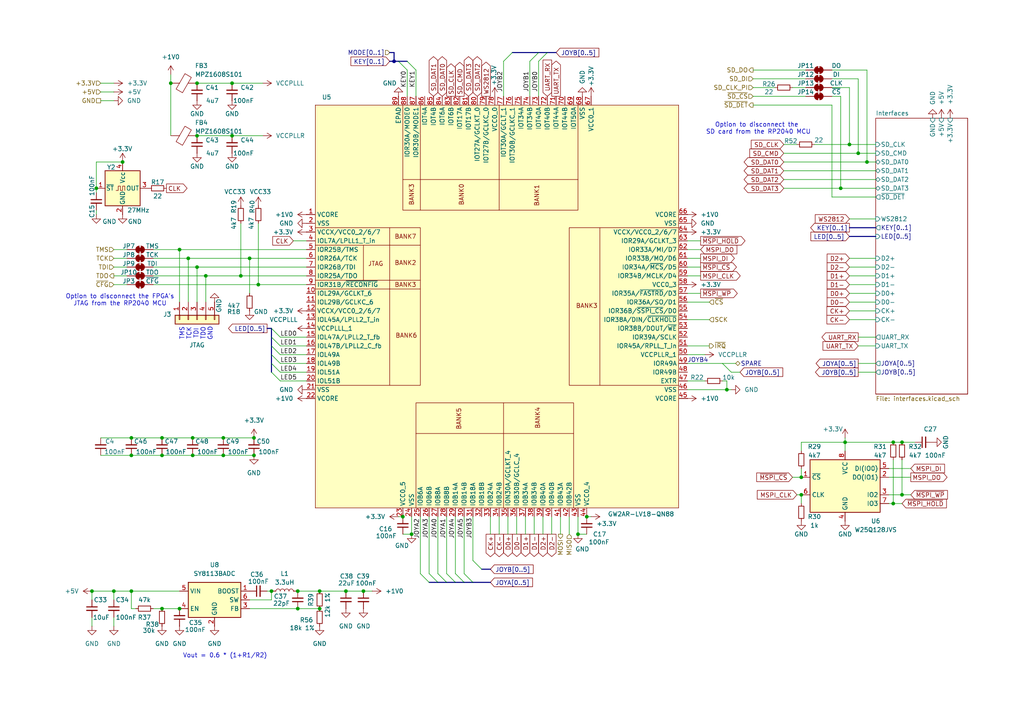
<source format=kicad_sch>
(kicad_sch (version 20250114) (generator "eeschema") (generator_version "9.0")
  (paper "A4")
  (text "Option to disconnect the \nSD card from the RP2040 MCU" (at 219.964 37.338 0) (effects (font (size 1.27 1.27))))
  (text "Vout = 0.6 * (1+R1/R2)" (at 65.278 190.246 0) (effects (font (size 1.27 1.27))))
  (text "TMS\nTCK\nTDI\nTDO\nGND" (at 56.896 96.774 90) (effects (font (size 1.27 1.27))))
  (text "Option to disconnect the FPGA's\nJTAG from the RP2040 MCU" (at 34.798 87.122 0) (effects (font (size 1.27 1.27))))
  (junction (at 167.64 154.94))
  (junction (at 86.36 176.53))
  (junction (at 232.41 143.51))
  (junction (at 33.02 171.45))
  (junction (at 92.71 171.45))
  (junction (at 38.1 127))
  (junction (at 105.41 171.45))
  (junction (at 64.77 132.08))
  (junction (at 38.1 171.45))
  (junction (at 46.99 127))
  (junction (at 72.39 74.93))
  (junction (at 46.99 176.53))
  (junction (at 92.71 176.53))
  (junction (at 251.46 46.99))
  (junction (at 46.99 132.08))
  (junction (at 26.67 171.45))
  (junction (at 38.1 132.08))
  (junction (at 261.62 143.51))
  (junction (at 57.15 24.13))
  (junction (at 119.38 154.94))
  (junction (at 86.36 171.45))
  (junction (at 170.18 149.86))
  (junction (at 27.94 54.61))
  (junction (at 100.33 171.45))
  (junction (at 57.15 77.47))
  (junction (at 67.31 24.13))
  (junction (at 248.92 44.45))
  (junction (at 52.07 72.39))
  (junction (at 59.69 80.01))
  (junction (at 259.08 146.05))
  (junction (at 78.74 171.45))
  (junction (at 73.66 127))
  (junction (at 55.88 132.08))
  (junction (at 261.62 128.27))
  (junction (at 243.84 54.61))
  (junction (at 259.08 128.27))
  (junction (at 245.11 128.27))
  (junction (at 64.77 127))
  (junction (at 116.84 149.86))
  (junction (at 57.15 39.37))
  (junction (at 73.66 132.08))
  (junction (at 67.31 39.37))
  (junction (at 69.85 80.01))
  (junction (at 49.53 24.13))
  (junction (at 232.41 138.43))
  (junction (at 55.88 127))
  (junction (at 246.38 41.91))
  (junction (at 74.93 82.55))
  (junction (at 210.82 113.03))
  (junction (at 114.3 17.78))
  (junction (at 35.56 46.99))
  (junction (at 52.07 176.53))
  (junction (at 54.61 74.93))
  (bus_entry (at 78.74 95.25) (size 2.54 2.54))
  (bus_entry (at 146.05 17.78) (size 2.54 -2.54))
  (bus_entry (at 209.55 105.41) (size 2.54 2.54))
  (bus_entry (at 78.74 107.95) (size 2.54 2.54))
  (bus_entry (at 124.46 166.37) (size 2.54 2.54))
  (bus_entry (at 78.74 100.33) (size 2.54 2.54))
  (bus_entry (at 129.54 166.37) (size 2.54 2.54))
  (bus_entry (at 118.11 17.78) (size 2.54 2.54))
  (bus_entry (at 78.74 102.87) (size 2.54 2.54))
  (bus_entry (at 153.67 17.78) (size 2.54 -2.54))
  (bus_entry (at 121.92 166.37) (size 2.54 2.54))
  (bus_entry (at 115.57 17.78) (size 2.54 2.54))
  (bus_entry (at 132.08 166.37) (size 2.54 2.54))
  (bus_entry (at 127 166.37) (size 2.54 2.54))
  (bus_entry (at 137.16 162.56) (size 2.54 2.54))
  (bus_entry (at 156.21 17.78) (size 2.54 -2.54))
  (bus_entry (at 78.74 105.41) (size 2.54 2.54))
  (bus_entry (at 78.74 97.79) (size 2.54 2.54))
  (bus_entry (at 134.62 166.37) (size 2.54 2.54))
  (bus (pts (xy 113.03 17.78) (xy 114.3 17.78)))
  (wire (pts (xy 57.15 77.47) (xy 57.15 87.63)))
  (bus (pts (xy 78.74 97.79) (xy 78.74 95.25)))
  (wire (pts (xy 212.09 107.95) (xy 214.63 107.95)))
  (wire (pts (xy 218.44 27.94) (xy 233.68 27.94)))
  (wire (pts (xy 81.28 107.95) (xy 88.9 107.95)))
  (wire (pts (xy 236.22 41.91) (xy 246.38 41.91)))
  (wire (pts (xy 69.85 80.01) (xy 69.85 64.77)))
  (wire (pts (xy 245.11 128.27) (xy 259.08 128.27)))
  (bus (pts (xy 246.38 68.58) (xy 254 68.58)))
  (wire (pts (xy 243.84 27.94) (xy 243.84 54.61)))
  (wire (pts (xy 81.28 105.41) (xy 88.9 105.41)))
  (wire (pts (xy 199.39 113.03) (xy 210.82 113.03)))
  (wire (pts (xy 261.62 143.51) (xy 264.16 143.51)))
  (wire (pts (xy 72.39 74.93) (xy 88.9 74.93)))
  (wire (pts (xy 232.41 128.27) (xy 232.41 130.81)))
  (wire (pts (xy 27.94 54.61) (xy 27.94 46.99)))
  (wire (pts (xy 149.86 154.94) (xy 149.86 149.86)))
  (wire (pts (xy 257.81 143.51) (xy 261.62 143.51)))
  (wire (pts (xy 137.16 149.86) (xy 137.16 162.56)))
  (wire (pts (xy 118.11 20.32) (xy 118.11 27.94)))
  (wire (pts (xy 86.36 171.45) (xy 92.71 171.45)))
  (wire (pts (xy 57.15 24.13) (xy 67.31 24.13)))
  (wire (pts (xy 227.33 54.61) (xy 243.84 54.61)))
  (wire (pts (xy 259.08 146.05) (xy 261.62 146.05)))
  (wire (pts (xy 115.57 149.86) (xy 116.84 149.86)))
  (wire (pts (xy 199.39 110.49) (xy 204.47 110.49)))
  (bus (pts (xy 78.74 102.87) (xy 78.74 100.33)))
  (wire (pts (xy 241.3 30.48) (xy 241.3 57.15)))
  (wire (pts (xy 257.81 146.05) (xy 259.08 146.05)))
  (bus (pts (xy 124.46 168.91) (xy 127 168.91)))
  (wire (pts (xy 33.02 171.45) (xy 38.1 171.45)))
  (wire (pts (xy 246.38 25.4) (xy 246.38 41.91)))
  (wire (pts (xy 57.15 39.37) (xy 67.31 39.37)))
  (wire (pts (xy 162.56 149.86) (xy 162.56 154.94)))
  (wire (pts (xy 227.33 49.53) (xy 254 49.53)))
  (wire (pts (xy 29.21 24.13) (xy 33.02 24.13)))
  (wire (pts (xy 55.88 132.08) (xy 64.77 132.08)))
  (wire (pts (xy 246.38 74.93) (xy 254 74.93)))
  (wire (pts (xy 46.99 132.08) (xy 55.88 132.08)))
  (wire (pts (xy 74.93 82.55) (xy 88.9 82.55)))
  (bus (pts (xy 134.62 168.91) (xy 137.16 168.91)))
  (wire (pts (xy 59.69 80.01) (xy 69.85 80.01)))
  (wire (pts (xy 33.02 179.07) (xy 33.02 181.61)))
  (wire (pts (xy 27.94 62.23) (xy 27.94 60.96)))
  (wire (pts (xy 132.08 149.86) (xy 132.08 166.37)))
  (wire (pts (xy 29.21 132.08) (xy 38.1 132.08)))
  (wire (pts (xy 26.67 179.07) (xy 26.67 181.61)))
  (wire (pts (xy 248.92 22.86) (xy 248.92 44.45)))
  (wire (pts (xy 54.61 74.93) (xy 54.61 87.63)))
  (wire (pts (xy 154.94 154.94) (xy 154.94 149.86)))
  (wire (pts (xy 72.39 173.99) (xy 78.74 173.99)))
  (wire (pts (xy 248.92 107.95) (xy 254 107.95)))
  (wire (pts (xy 59.69 80.01) (xy 59.69 87.63)))
  (wire (pts (xy 81.28 97.79) (xy 88.9 97.79)))
  (wire (pts (xy 171.45 149.86) (xy 170.18 149.86)))
  (wire (pts (xy 231.14 143.51) (xy 232.41 143.51)))
  (wire (pts (xy 54.61 74.93) (xy 72.39 74.93)))
  (wire (pts (xy 246.38 80.01) (xy 254 80.01)))
  (wire (pts (xy 245.11 128.27) (xy 245.11 127)))
  (wire (pts (xy 92.71 176.53) (xy 86.36 176.53)))
  (wire (pts (xy 218.44 22.86) (xy 233.68 22.86)))
  (bus (pts (xy 114.3 15.24) (xy 114.3 17.78)))
  (wire (pts (xy 33.02 74.93) (xy 36.83 74.93)))
  (wire (pts (xy 241.3 25.4) (xy 246.38 25.4)))
  (wire (pts (xy 142.24 154.94) (xy 142.24 149.86)))
  (wire (pts (xy 44.45 77.47) (xy 57.15 77.47)))
  (wire (pts (xy 38.1 176.53) (xy 38.1 171.45)))
  (wire (pts (xy 33.02 72.39) (xy 36.83 72.39)))
  (wire (pts (xy 85.09 69.85) (xy 88.9 69.85)))
  (wire (pts (xy 167.64 149.86) (xy 167.64 154.94)))
  (wire (pts (xy 170.18 154.94) (xy 167.64 154.94)))
  (wire (pts (xy 248.92 97.79) (xy 254 97.79)))
  (wire (pts (xy 64.77 127) (xy 73.66 127)))
  (wire (pts (xy 44.45 82.55) (xy 74.93 82.55)))
  (wire (pts (xy 49.53 24.13) (xy 49.53 39.37)))
  (wire (pts (xy 152.4 154.94) (xy 152.4 149.86)))
  (bus (pts (xy 148.59 15.24) (xy 156.21 15.24)))
  (wire (pts (xy 165.1 149.86) (xy 165.1 154.94)))
  (wire (pts (xy 44.45 72.39) (xy 52.07 72.39)))
  (wire (pts (xy 72.39 176.53) (xy 86.36 176.53)))
  (wire (pts (xy 67.31 39.37) (xy 76.2 39.37)))
  (wire (pts (xy 67.31 24.13) (xy 76.2 24.13)))
  (wire (pts (xy 127 149.86) (xy 127 166.37)))
  (wire (pts (xy 224.79 25.4) (xy 218.44 25.4)))
  (wire (pts (xy 160.02 154.94) (xy 160.02 149.86)))
  (wire (pts (xy 229.87 138.43) (xy 232.41 138.43)))
  (wire (pts (xy 44.45 80.01) (xy 59.69 80.01)))
  (wire (pts (xy 52.07 72.39) (xy 52.07 87.63)))
  (wire (pts (xy 46.99 176.53) (xy 52.07 176.53)))
  (wire (pts (xy 77.47 171.45) (xy 78.74 171.45)))
  (wire (pts (xy 241.3 22.86) (xy 248.92 22.86)))
  (wire (pts (xy 146.05 17.78) (xy 146.05 27.94)))
  (bus (pts (xy 246.38 66.04) (xy 254 66.04)))
  (wire (pts (xy 153.67 17.78) (xy 153.67 27.94)))
  (wire (pts (xy 116.84 154.94) (xy 119.38 154.94)))
  (wire (pts (xy 72.39 74.93) (xy 72.39 85.09)))
  (bus (pts (xy 158.75 15.24) (xy 161.29 15.24)))
  (wire (pts (xy 246.38 63.5) (xy 254 63.5)))
  (wire (pts (xy 209.55 110.49) (xy 210.82 110.49)))
  (wire (pts (xy 26.67 171.45) (xy 33.02 171.45)))
  (bus (pts (xy 114.3 17.78) (xy 115.57 17.78)))
  (wire (pts (xy 69.85 80.01) (xy 88.9 80.01)))
  (wire (pts (xy 232.41 128.27) (xy 245.11 128.27)))
  (wire (pts (xy 246.38 92.71) (xy 254 92.71)))
  (wire (pts (xy 246.38 82.55) (xy 254 82.55)))
  (wire (pts (xy 199.39 100.33) (xy 205.74 100.33)))
  (wire (pts (xy 199.39 77.47) (xy 203.2 77.47)))
  (wire (pts (xy 210.82 110.49) (xy 210.82 113.03)))
  (wire (pts (xy 81.28 110.49) (xy 88.9 110.49)))
  (wire (pts (xy 121.92 149.86) (xy 121.92 166.37)))
  (wire (pts (xy 209.55 105.41) (xy 213.36 105.41)))
  (wire (pts (xy 39.37 176.53) (xy 38.1 176.53)))
  (wire (pts (xy 64.77 132.08) (xy 73.66 132.08)))
  (wire (pts (xy 105.41 171.45) (xy 107.95 171.45)))
  (wire (pts (xy 246.38 87.63) (xy 254 87.63)))
  (wire (pts (xy 232.41 135.89) (xy 232.41 138.43)))
  (wire (pts (xy 248.92 105.41) (xy 254 105.41)))
  (bus (pts (xy 78.74 105.41) (xy 78.74 102.87)))
  (bus (pts (xy 78.74 100.33) (xy 78.74 97.79)))
  (wire (pts (xy 241.3 20.32) (xy 251.46 20.32)))
  (wire (pts (xy 29.21 127) (xy 38.1 127)))
  (wire (pts (xy 120.65 20.32) (xy 120.65 27.94)))
  (wire (pts (xy 55.88 127) (xy 64.77 127)))
  (wire (pts (xy 44.45 176.53) (xy 46.99 176.53)))
  (wire (pts (xy 199.39 85.09) (xy 203.2 85.09)))
  (wire (pts (xy 100.33 171.45) (xy 105.41 171.45)))
  (wire (pts (xy 218.44 20.32) (xy 233.68 20.32)))
  (wire (pts (xy 199.39 105.41) (xy 209.55 105.41)))
  (wire (pts (xy 57.15 77.47) (xy 88.9 77.47)))
  (wire (pts (xy 29.21 26.67) (xy 33.02 26.67)))
  (wire (pts (xy 44.45 74.93) (xy 54.61 74.93)))
  (wire (pts (xy 33.02 171.45) (xy 33.02 173.99)))
  (bus (pts (xy 78.74 107.95) (xy 78.74 105.41)))
  (wire (pts (xy 38.1 127) (xy 46.99 127)))
  (wire (pts (xy 199.39 92.71) (xy 205.74 92.71)))
  (wire (pts (xy 199.39 80.01) (xy 203.2 80.01)))
  (wire (pts (xy 27.94 46.99) (xy 35.56 46.99)))
  (wire (pts (xy 157.48 154.94) (xy 157.48 149.86)))
  (wire (pts (xy 29.21 29.21) (xy 33.02 29.21)))
  (wire (pts (xy 232.41 146.05) (xy 232.41 143.51)))
  (wire (pts (xy 74.93 64.77) (xy 74.93 82.55)))
  (bus (pts (xy 113.03 15.24) (xy 114.3 15.24)))
  (wire (pts (xy 246.38 90.17) (xy 254 90.17)))
  (wire (pts (xy 218.44 30.48) (xy 241.3 30.48)))
  (wire (pts (xy 26.67 173.99) (xy 26.67 171.45)))
  (wire (pts (xy 38.1 171.45) (xy 52.07 171.45)))
  (wire (pts (xy 46.99 127) (xy 55.88 127)))
  (wire (pts (xy 33.02 77.47) (xy 36.83 77.47)))
  (wire (pts (xy 124.46 149.86) (xy 124.46 166.37)))
  (bus (pts (xy 77.47 95.25) (xy 78.74 95.25)))
  (wire (pts (xy 246.38 41.91) (xy 254 41.91)))
  (wire (pts (xy 246.38 77.47) (xy 254 77.47)))
  (wire (pts (xy 261.62 128.27) (xy 265.43 128.27)))
  (wire (pts (xy 246.38 85.09) (xy 254 85.09)))
  (wire (pts (xy 49.53 21.59) (xy 49.53 24.13)))
  (wire (pts (xy 248.92 44.45) (xy 254 44.45)))
  (wire (pts (xy 144.78 154.94) (xy 144.78 149.86)))
  (bus (pts (xy 137.16 168.91) (xy 142.24 168.91)))
  (wire (pts (xy 199.39 87.63) (xy 205.74 87.63)))
  (wire (pts (xy 81.28 100.33) (xy 88.9 100.33)))
  (bus (pts (xy 115.57 17.78) (xy 118.11 17.78)))
  (wire (pts (xy 119.38 149.86) (xy 119.38 154.94)))
  (wire (pts (xy 129.54 149.86) (xy 129.54 166.37)))
  (wire (pts (xy 92.71 171.45) (xy 100.33 171.45)))
  (wire (pts (xy 251.46 46.99) (xy 254 46.99)))
  (wire (pts (xy 257.81 135.89) (xy 264.16 135.89)))
  (wire (pts (xy 243.84 54.61) (xy 254 54.61)))
  (wire (pts (xy 52.07 72.39) (xy 88.9 72.39)))
  (wire (pts (xy 261.62 133.35) (xy 261.62 143.51)))
  (wire (pts (xy 227.33 52.07) (xy 254 52.07)))
  (wire (pts (xy 199.39 102.87) (xy 204.47 102.87)))
  (wire (pts (xy 27.94 55.88) (xy 27.94 54.61)))
  (bus (pts (xy 132.08 168.91) (xy 134.62 168.91)))
  (wire (pts (xy 33.02 80.01) (xy 36.83 80.01)))
  (wire (pts (xy 78.74 171.45) (xy 78.74 173.99)))
  (wire (pts (xy 257.81 138.43) (xy 264.16 138.43)))
  (wire (pts (xy 229.87 25.4) (xy 233.68 25.4)))
  (wire (pts (xy 147.32 154.94) (xy 147.32 149.86)))
  (wire (pts (xy 81.28 102.87) (xy 88.9 102.87)))
  (wire (pts (xy 227.33 44.45) (xy 248.92 44.45)))
  (wire (pts (xy 254 57.15) (xy 241.3 57.15)))
  (wire (pts (xy 227.33 41.91) (xy 231.14 41.91)))
  (bus (pts (xy 127 168.91) (xy 129.54 168.91)))
  (wire (pts (xy 156.21 17.78) (xy 156.21 27.94)))
  (wire (pts (xy 210.82 113.03) (xy 212.09 113.03)))
  (wire (pts (xy 259.08 128.27) (xy 261.62 128.27)))
  (bus (pts (xy 129.54 168.91) (xy 132.08 168.91)))
  (wire (pts (xy 245.11 128.27) (xy 245.11 130.81)))
  (bus (pts (xy 139.7 165.1) (xy 142.24 165.1)))
  (wire (pts (xy 199.39 72.39) (xy 203.2 72.39)))
  (wire (pts (xy 33.02 82.55) (xy 36.83 82.55)))
  (wire (pts (xy 199.39 74.93) (xy 203.2 74.93)))
  (wire (pts (xy 248.92 100.33) (xy 254 100.33)))
  (wire (pts (xy 203.2 69.85) (xy 199.39 69.85)))
  (wire (pts (xy 134.62 149.86) (xy 134.62 166.37)))
  (wire (pts (xy 227.33 46.99) (xy 251.46 46.99)))
  (wire (pts (xy 251.46 20.32) (xy 251.46 46.99)))
  (wire (pts (xy 241.3 27.94) (xy 243.84 27.94)))
  (wire (pts (xy 259.08 146.05) (xy 259.08 133.35)))
  (bus (pts (xy 156.21 15.24) (xy 158.75 15.24)))
  (wire (pts (xy 38.1 132.08) (xy 46.99 132.08)))
  (label "JOYA0" (at 127 156.21 90))
  (label "JOYB0" (at 156.21 26.67 90))
  (label "LED1" (at 81.28 100.33 0))
  (label "KEY1" (at 120.65 25.4 90))
  (label "JOYB1" (at 153.67 26.67 90))
  (label "JOYA1" (at 129.54 156.21 90))
  (label "JOYB3" (at 137.16 156.21 90))
  (label "JOYA4" (at 132.08 156.21 90))
  (label "JOYB4" (at 199.39 105.41 0))
  (label "JOYA2" (at 121.92 156.21 90))
  (label "LED4" (at 81.28 107.95 0))
  (label "LED2" (at 81.28 102.87 0))
  (label "JOYB2" (at 146.05 26.67 90))
  (label "KEY0" (at 118.11 25.4 90))
  (label "JOYA5" (at 134.62 156.21 90))
  (label "LED5" (at 81.28 110.49 0))
  (label "LED3" (at 81.28 105.41 0))
  (label "JOYA3" (at 124.46 156.21 90))
  (label "LED0" (at 81.28 97.79 0))
  (global_label "WS2812" (shape input) (at 246.38 63.5 180) (property "Intersheetrefs" "${INTERSHEET_REFS}" (effects (hide yes))))
  (global_label "CLK" (shape output) (at 48.26 54.61 0) (property "Intersheetrefs" "${INTERSHEET_REFS}" (effects (hide yes))))
  (global_label "CK+" (shape input) (at 246.38 90.17 180) (property "Intersheetrefs" "${INTERSHEET_REFS}" (effects (hide yes))))
  (global_label "SD_DAT2" (shape bidirectional) (at 227.33 52.07 180) (property "Intersheetrefs" "${INTERSHEET_REFS}" (effects (hide yes))))
  (global_label "CK-" (shape input) (at 246.38 92.71 180) (property "Intersheetrefs" "${INTERSHEET_REFS}" (effects (hide yes))))
  (global_label "D0-" (shape output) (at 149.86 154.94 270) (property "Intersheetrefs" "${INTERSHEET_REFS}" (effects (hide yes))))
  (global_label "JOYB[0..5]" (shape output) (at 248.92 107.95 180) (effects (font (thickness 0.1588))) (property "Intersheetrefs" "${INTERSHEET_REFS}" (effects (hide yes))))
  (global_label "UART_RX" (shape input) (at 158.75 27.94 90) (property "Intersheetrefs" "${INTERSHEET_REFS}" (effects (hide yes))))
  (global_label "JOYB[0..5]" (shape input) (at 142.24 165.1 0) (effects (font (thickness 0.1588))) (property "Intersheetrefs" "${INTERSHEET_REFS}" (effects (hide yes))))
  (global_label "UART_RX" (shape output) (at 248.92 97.79 180) (property "Intersheetrefs" "${INTERSHEET_REFS}" (effects (hide yes))))
  (global_label "D1+" (shape output) (at 152.4 154.94 270) (property "Intersheetrefs" "${INTERSHEET_REFS}" (effects (hide yes))))
  (global_label "UART_TX" (shape input) (at 248.92 100.33 180) (property "Intersheetrefs" "${INTERSHEET_REFS}" (effects (hide yes))))
  (global_label "MSPI_DI" (shape input) (at 264.16 135.89 0) (property "Intersheetrefs" "${INTERSHEET_REFS}" (effects (hide yes))))
  (global_label "D2+" (shape output) (at 157.48 154.94 270) (property "Intersheetrefs" "${INTERSHEET_REFS}" (effects (hide yes))))
  (global_label "MSPI_CLK" (shape output) (at 203.2 80.01 0) (property "Intersheetrefs" "${INTERSHEET_REFS}" (effects (hide yes))))
  (global_label "JOYB[0..5]" (shape input) (at 214.63 107.95 0) (effects (font (thickness 0.1588))) (property "Intersheetrefs" "${INTERSHEET_REFS}" (effects (hide yes))))
  (global_label "SD_CLK" (shape input) (at 227.33 41.91 180) (property "Intersheetrefs" "${INTERSHEET_REFS}" (effects (hide yes))))
  (global_label "~{MSPI_WP}" (shape input) (at 264.16 143.51 0) (property "Intersheetrefs" "${INTERSHEET_REFS}" (effects (hide yes))))
  (global_label "CK-" (shape output) (at 144.78 154.94 270) (property "Intersheetrefs" "${INTERSHEET_REFS}" (effects (hide yes))))
  (global_label "JOYA[0..5]" (shape input) (at 142.24 168.91 0) (effects (font (thickness 0.1588))) (property "Intersheetrefs" "${INTERSHEET_REFS}" (effects (hide yes))))
  (global_label "~{MSPI_WP}" (shape output) (at 203.2 85.09 0) (property "Intersheetrefs" "${INTERSHEET_REFS}" (effects (hide yes))))
  (global_label "D1+" (shape input) (at 246.38 80.01 180) (property "Intersheetrefs" "${INTERSHEET_REFS}" (effects (hide yes))))
  (global_label "SD_CLK" (shape output) (at 130.81 27.94 90) (property "Intersheetrefs" "${INTERSHEET_REFS}" (effects (hide yes))))
  (global_label "SD_DAT1" (shape bidirectional) (at 125.73 27.94 90) (property "Intersheetrefs" "${INTERSHEET_REFS}" (effects (hide yes))))
  (global_label "D0-" (shape input) (at 246.38 87.63 180) (property "Intersheetrefs" "${INTERSHEET_REFS}" (effects (hide yes))))
  (global_label "SD_CMD" (shape input) (at 227.33 44.45 180) (property "Intersheetrefs" "${INTERSHEET_REFS}" (effects (hide yes))))
  (global_label "LED[0..5]" (shape input) (at 246.38 68.58 180) (property "Intersheetrefs" "${INTERSHEET_REFS}" (effects (hide yes))))
  (global_label "MSPI_DI" (shape output) (at 203.2 74.93 0) (property "Intersheetrefs" "${INTERSHEET_REFS}" (effects (hide yes))))
  (global_label "SD_DAT3" (shape bidirectional) (at 135.89 27.94 90) (property "Intersheetrefs" "${INTERSHEET_REFS}" (effects (hide yes))))
  (global_label "CLK" (shape input) (at 85.09 69.85 180) (property "Intersheetrefs" "${INTERSHEET_REFS}" (effects (hide yes))))
  (global_label "~{MSPI_CS}" (shape input) (at 229.87 138.43 180) (property "Intersheetrefs" "${INTERSHEET_REFS}" (effects (hide yes))))
  (global_label "D1-" (shape output) (at 154.94 154.94 270) (property "Intersheetrefs" "${INTERSHEET_REFS}" (effects (hide yes))))
  (global_label "~{MSPI_CS}" (shape output) (at 203.2 77.47 0) (property "Intersheetrefs" "${INTERSHEET_REFS}" (effects (hide yes))))
  (global_label "~{MSPI_HOLD}" (shape input) (at 261.62 146.05 0) (property "Intersheetrefs" "${INTERSHEET_REFS}" (effects (hide yes))))
  (global_label "KEY[0..1]" (shape input) (at 113.03 17.78 180) (property "Intersheetrefs" "${INTERSHEET_REFS}" (effects (hide yes))))
  (global_label "SD_DAT3" (shape bidirectional) (at 227.33 54.61 180) (property "Intersheetrefs" "${INTERSHEET_REFS}" (effects (hide yes))))
  (global_label "D1-" (shape input) (at 246.38 82.55 180) (property "Intersheetrefs" "${INTERSHEET_REFS}" (effects (hide yes))))
  (global_label "LED[0..5]" (shape output) (at 77.47 95.25 180) (property "Intersheetrefs" "${INTERSHEET_REFS}" (effects (hide yes))))
  (global_label "SD_CMD" (shape output) (at 133.35 27.94 90) (property "Intersheetrefs" "${INTERSHEET_REFS}" (effects (hide yes))))
  (global_label "WS2812" (shape output) (at 140.97 27.94 90) (property "Intersheetrefs" "${INTERSHEET_REFS}" (effects (hide yes))))
  (global_label "SD_DAT1" (shape bidirectional) (at 227.33 49.53 180) (property "Intersheetrefs" "${INTERSHEET_REFS}" (effects (hide yes))))
  (global_label "SD_DAT0" (shape bidirectional) (at 128.27 27.94 90) (property "Intersheetrefs" "${INTERSHEET_REFS}" (effects (hide yes))))
  (global_label "D2+" (shape input) (at 246.38 74.93 180) (property "Intersheetrefs" "${INTERSHEET_REFS}" (effects (hide yes))))
  (global_label "D0+" (shape output) (at 147.32 154.94 270) (property "Intersheetrefs" "${INTERSHEET_REFS}" (effects (hide yes))))
  (global_label "MSPI_DO" (shape input) (at 203.2 72.39 0) (property "Intersheetrefs" "${INTERSHEET_REFS}" (effects (hide yes))))
  (global_label "MSPI_CLK" (shape input) (at 231.14 143.51 180) (property "Intersheetrefs" "${INTERSHEET_REFS}" (effects (hide yes))))
  (global_label "D0+" (shape input) (at 246.38 85.09 180) (property "Intersheetrefs" "${INTERSHEET_REFS}" (effects (hide yes))))
  (global_label "SD_DAT0" (shape bidirectional) (at 227.33 46.99 180) (property "Intersheetrefs" "${INTERSHEET_REFS}" (effects (hide yes))))
  (global_label "UART_TX" (shape output) (at 161.29 27.94 90) (property "Intersheetrefs" "${INTERSHEET_REFS}" (effects (hide yes))))
  (global_label "MSPI_DO" (shape output) (at 264.16 138.43 0) (property "Intersheetrefs" "${INTERSHEET_REFS}" (effects (hide yes))))
  (global_label "SD_DAT2" (shape bidirectional) (at 138.43 27.94 90) (property "Intersheetrefs" "${INTERSHEET_REFS}" (effects (hide yes))))
  (global_label "CK+" (shape output) (at 142.24 154.94 270) (property "Intersheetrefs" "${INTERSHEET_REFS}" (effects (hide yes))))
  (global_label "JOYA[0..5]" (shape output) (at 248.92 105.41 180) (effects (font (thickness 0.1588))) (property "Intersheetrefs" "${INTERSHEET_REFS}" (effects (hide yes))))
  (global_label "~{MSPI_HOLD}" (shape output) (at 203.2 69.85 0) (property "Intersheetrefs" "${INTERSHEET_REFS}" (effects (hide yes))))
  (global_label "D2-" (shape output) (at 160.02 154.94 270) (property "Intersheetrefs" "${INTERSHEET_REFS}" (effects (hide yes))))
  (global_label "D2-" (shape input) (at 246.38 77.47 180) (property "Intersheetrefs" "${INTERSHEET_REFS}" (effects (hide yes))))
  (global_label "JOYB[0..5]" (shape input) (at 161.29 15.24 0) (effects (font (thickness 0.1588))) (property "Intersheetrefs" "${INTERSHEET_REFS}" (effects (hide yes))))
  (global_label "KEY[0..1]" (shape output) (at 246.38 66.04 180) (property "Intersheetrefs" "${INTERSHEET_REFS}" (effects (hide yes))))
  (hierarchical_label "TDO" (shape output) (at 33.02 80.01 180))
  (hierarchical_label "TDI" (shape input) (at 33.02 77.47 180))
  (hierarchical_label "+5V" (shape input) (at 29.21 26.67 180))
  (hierarchical_label "SD_DI" (shape input) (at 218.44 22.86 180))
  (hierarchical_label "MOSI" (shape output) (at 162.56 154.94 270))
  (hierarchical_label "+3.3V" (shape input) (at 29.21 24.13 180))
  (hierarchical_label "SD_DO" (shape output) (at 218.44 20.32 180))
  (hierarchical_label "~{SD_CS}" (shape input) (at 218.44 27.94 180))
  (hierarchical_label "GND" (shape passive) (at 29.21 29.21 180))
  (hierarchical_label "~{CFG}" (shape input) (at 33.02 82.55 180))
  (hierarchical_label "TMS" (shape input) (at 33.02 72.39 180))
  (hierarchical_label "~{SD_DET}" (shape output) (at 218.44 30.48 180))
  (hierarchical_label "SD_CLK_PI" (shape input) (at 218.44 25.4 180))
  (hierarchical_label "SCK" (shape input) (at 205.74 92.71 0))
  (hierarchical_label "SPARE" (shape bidirectional) (at 213.36 105.41 0))
  (hierarchical_label "~{CS}" (shape input) (at 205.74 87.63 0))
  (hierarchical_label "TCK" (shape input) (at 33.02 74.93 180))
  (hierarchical_label "MISO" (shape input) (at 165.1 154.94 270))
  (hierarchical_label "~{IRQ}" (shape output) (at 205.74 100.33 0))
  (hierarchical_label "MODE[0..1]" (shape input) (at 113.03 15.24 180))
  (symbol (lib_id "Device:R_Small") (at 261.62 130.81 180) (unit 1)
    (property "Reference" "R32" (at 265.43 129.54 0))
    (property "Value" "4k7" (at 265.43 132.08 0))
    (property "Footprint" "Resistor_SMD:R_0402_1005Metric" (effects (hide yes)))
    (property "LCSC" "C11702" (effects (hide yes)))
  )
  (symbol (lib_id "Device:C_Small") (at 38.1 129.54 0) (mirror x) (unit 1)
    (property "Reference" "C46" (at 38.862 128.016 0) (effects (justify left)))
    (property "Value" "100nF" (at 39.37 131.064 0) (effects (justify left)))
    (property "Footprint" "Capacitor_SMD:C_0402_1005Metric" (effects (hide yes)))
    (property "LCSC" "C1525" (effects (hide yes)))
  )
  (symbol (lib_id "power:+1V0") (at 199.39 115.57 270) (unit 1)
    (property "Reference" "#PWR076" (effects (hide yes)))
    (property "Value" "+1V0" (at 203.2 115.5699 90) (effects (justify left)))
    (property "Description" "Power symbol creates a global label with name \"+1V0\"" (effects (hide yes)))
  )
  (symbol (lib_id "Oscillator:SG-210STF") (at 35.56 54.61 0) (unit 1)
    (property "Reference" "Y2" (at 32.258 48.514 0))
    (property "Value" "27MHz" (at 40.132 60.96 0))
    (property "Footprint" "Crystal:Crystal_SMD_3225-4Pin_3.2x2.5mm" (effects (hide yes)))
    (property "Datasheet" "https://support.epson.biz/td/api/doc_check.php?mode=dl&lang=en&Parts=SG-210STF" (effects (hide yes)))
    (property "Description" "CMOS Crystal Oscillator SPXO" (effects (hide yes)))
    (property "LCSC Part #" "C2901577" (effects (hide yes)))
  )
  (symbol (lib_id "power:GND") (at 52.07 181.61 0) (unit 1)
    (property "Reference" "#PWR0104" (effects (hide yes)))
    (property "Value" "GND" (at 52.07 186.69 0))
  )
  (symbol (lib_id "Memory_Flash:W25Q128JVS") (at 245.11 140.97 0) (unit 1)
    (property "Reference" "U6" (at 254 151.13 0))
    (property "Value" "W25Q128JVS" (at 254 153.67 0))
    (property "Footprint" "Package_SO:SOIC-8_5.3x5.3mm_P1.27mm" (effects (hide yes)))
    (property "Datasheet" "http://www.winbond.com/resource-files/w25q128jv_dtr%20revc%2003272018%20plus.pdf" (effects (hide yes)))
    (property "LCSC" "C131025" (effects (hide yes)))
  )
  (symbol (lib_id "power:GND") (at 115.57 27.94 180) (unit 1)
    (property "Reference" "#PWR061" (effects (hide yes)))
    (property "Value" "GND" (at 113.03 24.13 0))
    (property "Description" "Power symbol creates a global label with name \"GND\" , ground" (effects (hide yes)))
  )
  (symbol (lib_name "+3V3_1") (lib_id "power:+3V3") (at 115.57 149.86 90) (unit 1)
    (property "Reference" "#PWR047" (effects (hide yes)))
    (property "Value" "+3.3V" (at 111.76 149.8599 90) (effects (justify left)))
    (property "Description" "Power symbol creates a global label with name \"+3V3\"" (effects (hide yes)))
  )
  (symbol (lib_id "power:GND") (at 199.39 64.77 90) (unit 1)
    (property "Reference" "#PWR073" (effects (hide yes)))
    (property "Value" "GND" (at 203.2 64.7699 90) (effects (justify right)))
    (property "Description" "Power symbol creates a global label with name \"GND\" , ground" (effects (hide yes)))
  )
  (symbol (lib_id "power:GND") (at 100.33 176.53 0) (unit 1)
    (property "Reference" "#PWR0107" (effects (hide yes)))
    (property "Value" "GND" (at 100.33 181.61 0))
  )
  (symbol (lib_id "Jumper:SolderJumper_2_Bridged") (at 40.64 72.39 0) (unit 1) (in_bom no)
    (property "Reference" "JP7" (at 37.338 71.374 0))
    (property "Value" "TMS" (at 44.196 71.374 0))
    (property "Footprint" "Jumper:SolderJumper-2_P1.3mm_Bridged_RoundedPad1.0x1.5mm" (effects (hide yes)))
    (property "Description" "Solder Jumper, 2-pole, closed/bridged" (effects (hide yes)))
  )
  (symbol (lib_id "power:GND") (at 212.09 113.03 90) (unit 1)
    (property "Reference" "#PWR077" (effects (hide yes)))
    (property "Value" "GND" (at 215.9 113.0299 90) (effects (justify right)))
    (property "Description" "Power symbol creates a global label with name \"GND\" , ground" (effects (hide yes)))
  )
  (symbol (lib_id "power:+5V") (at 26.67 171.45 90) (mirror x) (unit 1)
    (property "Reference" "#PWR045" (effects (hide yes)))
    (property "Value" "+5V" (at 22.86 171.4499 90) (effects (justify left)))
  )
  (symbol (lib_name "+3V3_1") (lib_id "power:+3V3") (at 171.45 27.94 0) (unit 1)
    (property "Reference" "#PWR070" (effects (hide yes)))
    (property "Value" "+3.3V" (at 171.45 22.098 90))
    (property "Description" "Power symbol creates a global label with name \"+3V3\"" (effects (hide yes)))
  )
  (symbol (lib_id "power:GND") (at 88.9 64.77 270) (unit 1)
    (property "Reference" "#PWR056" (effects (hide yes)))
    (property "Value" "GND" (at 85.09 64.7699 90) (effects (justify right)))
    (property "Description" "Power symbol creates a global label with name \"GND\" , ground" (effects (hide yes)))
  )
  (symbol (lib_id "power:GND") (at 92.71 181.61 0) (unit 1)
    (property "Reference" "#PWR0106" (effects (hide yes)))
    (property "Value" "GND" (at 92.71 186.69 0))
  )
  (symbol (lib_id "power:VCC") (at 76.2 24.13 270) (unit 1)
    (property "Reference" "#PWR0123" (effects (hide yes)))
    (property "Value" "VCCPLLL" (at 80.01 24.13 90) (effects (justify left)))
    (property "Description" "Power symbol creates a global label with name \"VCC\"" (effects (hide yes)))
  )
  (symbol (lib_id "Device:C_Small") (at 52.07 179.07 180) (unit 1)
    (property "Reference" "C35" (at 58.674 180.594 0) (effects (justify left)))
    (property "Value" "100nF" (at 59.69 182.626 0) (effects (justify left)))
    (property "Footprint" "Capacitor_SMD:C_0402_1005Metric" (effects (hide yes)))
    (property "LCSC" "C1525" (effects (hide yes)))
  )
  (symbol (lib_id "power:GND") (at 62.23 87.63 180) (unit 1)
    (property "Reference" "#PWR051" (effects (hide yes)))
    (property "Value" "GND" (at 63.5 90.678 90) (effects (justify right)))
    (property "Description" "Power symbol creates a global label with name \"GND\" , ground" (effects (hide yes)))
  )
  (symbol (lib_id "Device:C_Small") (at 64.77 129.54 0) (mirror x) (unit 1)
    (property "Reference" "C49" (at 65.532 128.016 0) (effects (justify left)))
    (property "Value" "100nF" (at 66.04 131.064 0) (effects (justify left)))
    (property "Footprint" "Capacitor_SMD:C_0402_1005Metric" (effects (hide yes)))
    (property "LCSC" "C1525" (effects (hide yes)))
  )
  (symbol (lib_id "Device:C_Small") (at 73.66 129.54 0) (mirror x) (unit 1)
    (property "Reference" "C50" (at 74.422 128.016 0) (effects (justify left)))
    (property "Value" "100nF" (at 74.93 131.064 0) (effects (justify left)))
    (property "Footprint" "Capacitor_SMD:C_0402_1005Metric" (effects (hide yes)))
    (property "LCSC" "C1525" (effects (hide yes)))
  )
  (symbol (lib_id "Device:C_Small") (at 116.84 152.4 180) (unit 1)
    (property "Reference" "C16" (at 113.792 153.416 0) (effects (justify left)))
    (property "Value" "100nF" (at 115.062 155.448 0) (effects (justify left)))
    (property "Footprint" "Capacitor_SMD:C_0402_1005Metric" (effects (hide yes)))
    (property "LCSC" "C1525" (effects (hide yes)))
  )
  (symbol (lib_name "+3V3_1") (lib_id "power:+3V3") (at 35.56 46.99 0) (unit 1)
    (property "Reference" "#PWR049" (effects (hide yes)))
    (property "Value" "+3.3V" (at 32.512 43.18 0) (effects (justify left)))
    (property "Description" "Power symbol creates a global label with name \"+3V3\"" (effects (hide yes)))
  )
  (symbol (lib_id "power:GND") (at 27.94 62.23 0) (unit 1)
    (property "Reference" "#PWR052" (effects (hide yes)))
    (property "Value" "GND" (at 33.782 64.262 0) (effects (justify right)))
    (property "Description" "Power symbol creates a global label with name \"GND\" , ground" (effects (hide yes)))
  )
  (symbol (lib_id "Device:C_Small") (at 100.33 173.99 0) (unit 1)
    (property "Reference" "C38" (at 98.552 167.132 0) (effects (justify left)))
    (property "Value" "22uF" (at 98.044 169.164 0) (effects (justify left)))
    (property "Footprint" "Capacitor_SMD:C_0603_1608Metric" (effects (hide yes)))
    (property "LCSC" "C52923" (effects (hide yes)))
  )
  (symbol (lib_id "Device:R_Small") (at 92.71 179.07 180) (unit 1)
    (property "Reference" "R56" (at 88.9 179.832 0))
    (property "Value" "18k 1%" (at 87.63 182.118 0))
    (property "Footprint" "Resistor_SMD:R_0402_1005Metric" (effects (hide yes)))
  )
  (symbol (lib_id "gowin:gw2ar-lv18-qn88") (at 144.78 88.9 0) (unit 1)
    (property "Reference" "U5" (at 94.742 28.194 0))
    (property "Value" "GW2AR-LV18-QN88" (at 185.928 149.098 0))
    (property "Footprint" "Package_DFN_QFN:ArtInChip_QFN-88-1EP_10x10mm_P0.4mm_EP6.74x6.74mm_ThermalVias" (effects (hide yes)))
    (property "Description" "Gowin GW2AR-LV18 FPGA in QFN88 package" (effects (hide yes)))
  )
  (symbol (lib_id "Device:R_Small") (at 41.91 176.53 270) (unit 1)
    (property "Reference" "R37" (at 41.91 179.07 90))
    (property "Value" "47k" (at 41.91 173.99 90))
    (property "Footprint" "Resistor_SMD:R_0402_1005Metric" (effects (hide yes)))
    (property "LCSC" "C11702" (effects (hide yes)))
  )
  (symbol (lib_id "power:GND") (at 245.11 151.13 0) (unit 1)
    (property "Reference" "#PWR083" (effects (hide yes)))
    (property "Value" "GND" (at 245.11 154.94 0))
  )
  (symbol (lib_id "power:GND") (at 167.64 154.94 0) (mirror y) (unit 1)
    (property "Reference" "#PWR068" (effects (hide yes)))
    (property "Value" "GND" (at 168.91 159.258 0))
    (property "Description" "Power symbol creates a global label with name \"GND\" , ground" (effects (hide yes)))
  )
  (symbol (lib_id "Device:C_Small") (at 170.18 152.4 0) (mirror x) (unit 1)
    (property "Reference" "C17" (at 171.958 154.94 0) (effects (justify left)))
    (property "Value" "100nF" (at 170.688 157.226 0) (effects (justify left)))
    (property "Footprint" "Capacitor_SMD:C_0402_1005Metric" (effects (hide yes)))
    (property "LCSC" "C1525" (effects (hide yes)))
  )
  (symbol (lib_id "Jumper:SolderJumper_2_Bridged") (at 237.49 25.4 0) (unit 1) (in_bom no)
    (property "Reference" "JP13" (at 233.68 24.13 0))
    (property "Value" "CLK" (at 242.57 24.13 0))
    (property "Footprint" "Jumper:SolderJumper-2_P1.3mm_Bridged_RoundedPad1.0x1.5mm" (effects (hide yes)))
    (property "Description" "Solder Jumper, 2-pole, closed/bridged" (effects (hide yes)))
  )
  (symbol (lib_id "Device:C_Small") (at 57.15 41.91 180) (unit 1)
    (property "Reference" "C43" (at 63.5 40.64 0) (effects (justify left)))
    (property "Value" "4u7" (at 63.5 44.45 0) (effects (justify left)))
    (property "Footprint" "Capacitor_SMD:C_0402_1005Metric" (effects (hide yes)))
  )
  (symbol (lib_id "power:VCC") (at 88.9 95.25 90) (unit 1)
    (property "Reference" "#PWR0122" (effects (hide yes)))
    (property "Value" "VCCPLLL" (at 86.36 92.71 90) (effects (justify left)))
    (property "Description" "Power symbol creates a global label with name \"VCC\"" (effects (hide yes)))
  )
  (symbol (lib_id "Jumper:SolderJumper_2_Bridged") (at 40.64 82.55 0) (unit 1) (in_bom no)
    (property "Reference" "JP3" (at 37.338 81.534 0))
    (property "Value" "~{CFG}" (at 44.196 81.534 0))
    (property "Footprint" "Jumper:SolderJumper-2_P1.3mm_Bridged_RoundedPad1.0x1.5mm" (effects (hide yes)))
    (property "Description" "Solder Jumper, 2-pole, closed/bridged" (effects (hide yes)))
  )
  (symbol (lib_id "power:+5V") (at 273.05 34.29 0) (unit 1)
    (property "Reference" "#PWR084" (effects (hide yes)))
    (property "Value" "+5V" (at 273.05 28.448 90))
    (property "Description" "Power symbol creates a global label with name \"+5V\"" (effects (hide yes)))
  )
  (symbol (lib_id "Device:R_Small") (at 92.71 173.99 180) (unit 1)
    (property "Reference" "R39" (at 90.17 173.99 90))
    (property "Value" "12k 1%" (at 94.996 175.514 90))
    (property "Footprint" "Resistor_SMD:R_0402_1005Metric" (effects (hide yes)))
  )
  (symbol (lib_id "Device:C_Small") (at 74.93 171.45 90) (unit 1)
    (property "Reference" "C36" (at 76.454 166.624 90) (effects (justify left)))
    (property "Value" "100nF" (at 77.978 168.656 90) (effects (justify left)))
    (property "Footprint" "Capacitor_SMD:C_0402_1005Metric" (effects (hide yes)))
    (property "LCSC" "C1525" (effects (hide yes)))
  )
  (symbol (lib_id "Device:FerriteBead") (at 53.34 24.13 90) (unit 1)
    (property "Reference" "FB3" (at 58.42 19.05 90))
    (property "Value" "MPZ1608S101" (at 63.5 21.59 90))
    (property "Footprint" "Inductor_SMD:L_0603_1608Metric" (effects (hide yes)))
    (property "Description" "Ferrite bead" (effects (hide yes)))
    (property "LCSC" "C107332" (effects (hide yes)))
  )
  (symbol (lib_id "power:+1V0") (at 88.9 62.23 90) (unit 1)
    (property "Reference" "#PWR055" (effects (hide yes)))
    (property "Value" "+1V0" (at 85.09 62.2299 90) (effects (justify left)))
    (property "Description" "Power symbol creates a global label with name \"+1V0\"" (effects (hide yes)))
  )
  (symbol (lib_id "Device:C_Small") (at 67.31 26.67 180) (unit 1)
    (property "Reference" "C42" (at 73.66 25.4 0) (effects (justify left)))
    (property "Value" "100nF" (at 73.66 29.21 0) (effects (justify left)))
    (property "Footprint" "Capacitor_SMD:C_0402_1005Metric" (effects (hide yes)))
    (property "LCSC" "C1525" (effects (hide yes)))
  )
  (symbol (lib_name "+3V3_1") (lib_id "power:+3V3") (at 143.51 27.94 0) (unit 1)
    (property "Reference" "#PWR065" (effects (hide yes)))
    (property "Value" "+3.3V" (at 143.256 21.844 90))
    (property "Description" "Power symbol creates a global label with name \"+3V3\"" (effects (hide yes)))
  )
  (symbol (lib_id "power:GND") (at 57.15 29.21 0) (unit 1)
    (property "Reference" "#PWR0126" (effects (hide yes)))
    (property "Value" "GND" (at 57.15 33.02 0))
    (property "Description" "Power symbol creates a global label with name \"GND\" , ground" (effects (hide yes)))
  )
  (symbol (lib_id "power:GND") (at 270.51 34.29 0) (mirror x) (unit 1)
    (property "Reference" "#PWR0133" (effects (hide yes)))
    (property "Value" "GND" (at 270.5101 30.48 90) (effects (justify right)))
    (property "Description" "Power symbol creates a global label with name \"GND\" , ground" (effects (hide yes)))
  )
  (symbol (lib_name "+3V3_1") (lib_id "power:+3V3") (at 199.39 67.31 270) (unit 1)
    (property "Reference" "#PWR074" (effects (hide yes)))
    (property "Value" "+3.3V" (at 203.2 67.3099 90) (effects (justify left)))
    (property "Description" "Power symbol creates a global label with name \"+3V3\"" (effects (hide yes)))
  )
  (symbol (lib_name "+3V3_1") (lib_id "power:+3V3") (at 199.39 82.55 270) (unit 1)
    (property "Reference" "#PWR075" (effects (hide yes)))
    (property "Value" "+3.3V" (at 203.2 82.5499 90) (effects (justify left)))
    (property "Description" "Power symbol creates a global label with name \"+3V3\"" (effects (hide yes)))
  )
  (symbol (lib_id "power:GND") (at 33.02 181.61 0) (unit 1)
    (property "Reference" "#PWR071" (effects (hide yes)))
    (property "Value" "GND" (at 33.02 186.69 0))
  )
  (symbol (lib_name "+3V3_1") (lib_id "power:+3V3") (at 171.45 149.86 270) (unit 1)
    (property "Reference" "#PWR048" (effects (hide yes)))
    (property "Value" "+3.3V" (at 172.974 151.892 90) (effects (justify left)))
    (property "Description" "Power symbol creates a global label with name \"+3V3\"" (effects (hide yes)))
  )
  (symbol (lib_id "power:+1V0") (at 49.53 21.59 0) (unit 1)
    (property "Reference" "#PWR0125" (effects (hide yes)))
    (property "Value" "+1V0" (at 49.53 16.51 0))
    (property "Description" "Power symbol creates a global label with name \"+1V0\"" (effects (hide yes)))
  )
  (symbol (lib_id "power:+1V0") (at 88.9 115.57 90) (unit 1)
    (property "Reference" "#PWR060" (effects (hide yes)))
    (property "Value" "+1V0" (at 85.09 115.5699 90) (effects (justify left)))
    (property "Description" "Power symbol creates a global label with name \"+1V0\"" (effects (hide yes)))
  )
  (symbol (lib_id "Device:C_Small") (at 46.99 129.54 0) (mirror x) (unit 1)
    (property "Reference" "C47" (at 47.752 128.016 0) (effects (justify left)))
    (property "Value" "100nF" (at 48.006 131.064 0) (effects (justify left)))
    (property "Footprint" "Capacitor_SMD:C_0402_1005Metric" (effects (hide yes)))
    (property "LCSC" "C1525" (effects (hide yes)))
  )
  (symbol (lib_id "Device:C_Small") (at 86.36 173.99 180) (unit 1)
    (property "Reference" "C37" (at 83.312 172.974 0) (effects (justify left)))
    (property "Value" "22pF" (at 84.074 175.006 0) (effects (justify left)))
    (property "Footprint" "Capacitor_SMD:C_0402_1005Metric" (effects (hide yes)))
    (property "LCSC" "C1525" (effects (hide yes)))
  )
  (symbol (lib_id "power:+5V") (at 33.02 26.67 270) (unit 1)
    (property "Reference" "#PWR0142" (effects (hide yes)))
    (property "Value" "+5V" (at 36.83 26.6699 90) (effects (justify left)))
    (property "Description" "Power symbol creates a global label with name \"+5V\"" (effects (hide yes)))
  )
  (symbol (lib_id "power:VCC") (at 204.47 102.87 270) (unit 1)
    (property "Reference" "#PWR0121" (effects (hide yes)))
    (property "Value" "VCCPLLR" (at 208.28 102.8699 90) (effects (justify left)))
    (property "Description" "Power symbol creates a global label with name \"VCC\"" (effects (hide yes)))
  )
  (symbol (lib_id "power:GND") (at 232.41 151.13 0) (unit 1)
    (property "Reference" "#PWR081" (effects (hide yes)))
    (property "Value" "GND" (at 232.41 154.94 0))
  )
  (symbol (lib_name "+3V3_1") (lib_id "power:+3V3") (at 33.02 24.13 270) (unit 1)
    (property "Reference" "#PWR033" (effects (hide yes)))
    (property "Value" "+3.3V" (at 36.83 24.13 90) (effects (justify left)))
    (property "Description" "Power symbol creates a global label with name \"+3V3\"" (effects (hide yes)))
  )
  (symbol (lib_id "Device:C_Small") (at 105.41 173.99 0) (unit 1)
    (property "Reference" "C39" (at 103.378 167.132 0) (effects (justify left)))
    (property "Value" "100nF" (at 103.124 169.164 0) (effects (justify left)))
    (property "Footprint" "Capacitor_SMD:C_0603_1608Metric" (effects (hide yes)))
    (property "LCSC" "C1525" (effects (hide yes)))
  )
  (symbol (lib_id "Device:C_Small") (at 29.21 129.54 0) (mirror x) (unit 1)
    (property "Reference" "C4" (at 30.48 128.016 0) (effects (justify left)))
    (property "Value" "100nF" (at 30.226 131.064 0) (effects (justify left)))
    (property "Footprint" "Capacitor_SMD:C_0402_1005Metric" (effects (hide yes)))
    (property "LCSC" "C1525" (effects (hide yes)))
  )
  (symbol (lib_id "Device:C_Small") (at 55.88 129.54 0) (mirror x) (unit 1)
    (property "Reference" "C48" (at 56.642 128.016 0) (effects (justify left)))
    (property "Value" "100nF" (at 57.15 131.064 0) (effects (justify left)))
    (property "Footprint" "Capacitor_SMD:C_0402_1005Metric" (effects (hide yes)))
    (property "LCSC" "C1525" (effects (hide yes)))
  )
  (symbol (lib_id "Jumper:SolderJumper_2_Bridged") (at 40.64 77.47 0) (unit 1) (in_bom no)
    (property "Reference" "JP9" (at 37.338 76.454 0))
    (property "Value" "TDI" (at 44.196 76.454 0))
    (property "Footprint" "Jumper:SolderJumper-2_P1.3mm_Bridged_RoundedPad1.0x1.5mm" (effects (hide yes)))
    (property "Description" "Solder Jumper, 2-pole, closed/bridged" (effects (hide yes)))
  )
  (symbol (lib_id "Connector_Generic:Conn_01x05") (at 57.15 92.71 90) (mirror x) (unit 1)
    (property "Reference" "J3" (at 48.514 91.186 90))
    (property "Value" "JTAG" (at 57.15 100.076 90))
    (property "Footprint" "Connector_PinHeader_2.54mm:PinHeader_1x05_P2.54mm_Vertical" (effects (hide yes)))
    (property "Description" "Generic connector, single row, 01x05, script generated (kicad-library-utils/schlib/autogen/connector/)" (effects (hide yes)))
  )
  (symbol (lib_id "Device:R_Small") (at 233.68 41.91 270) (unit 1)
    (property "Reference" "R52" (at 229.362 40.894 90))
    (property "Value" "22" (at 237.49 40.64 90))
    (property "Footprint" "Resistor_SMD:R_0402_1005Metric" (effects (hide yes)))
    (property "LCSC" "C11702" (effects (hide yes)))
  )
  (symbol (lib_id "power:GND") (at 35.56 62.23 0) (unit 1)
    (property "Reference" "#PWR050" (effects (hide yes)))
    (property "Value" "GND" (at 39.116 64.262 0))
    (property "Description" "Power symbol creates a global label with name \"GND\" , ground" (effects (hide yes)))
  )
  (symbol (lib_id "Jumper:SolderJumper_2_Bridged") (at 237.49 27.94 0) (unit 1) (in_bom no)
    (property "Reference" "JP14" (at 233.68 26.67 0))
    (property "Value" "~{CS}" (at 242.57 26.67 0))
    (property "Footprint" "Jumper:SolderJumper-2_P1.3mm_Bridged_RoundedPad1.0x1.5mm" (effects (hide yes)))
    (property "Description" "Solder Jumper, 2-pole, closed/bridged" (effects (hide yes)))
  )
  (symbol (lib_id "Device:C_Small") (at 33.02 176.53 0) (unit 1)
    (property "Reference" "C34" (at 33.528 173.99 0) (effects (justify left)))
    (property "Value" "100nF" (at 33.528 179.07 0) (effects (justify left)))
    (property "Footprint" "Capacitor_SMD:C_0603_1608Metric" (effects (hide yes)))
    (property "LCSC" "C1525" (effects (hide yes)))
  )
  (symbol (lib_id "power:+3V3") (at 245.11 127 0) (unit 1)
    (property "Reference" "#PWR082" (effects (hide yes)))
    (property "Value" "+3.3V" (at 241.554 124.46 0))
  )
  (symbol (lib_name "+3V3_1") (lib_id "power:+3V3") (at 74.93 59.69 0) (unit 1)
    (property "Reference" "#PWR044" (effects (hide yes)))
    (property "Value" "VCC33" (at 72.39 55.626 0) (effects (justify left)))
    (property "Description" "Power symbol creates a global label with name \"+3V3\"" (effects (hide yes)))
  )
  (symbol (lib_id "power:GND") (at 33.02 29.21 90) (unit 1)
    (property "Reference" "#PWR046" (effects (hide yes)))
    (property "Value" "GND" (at 36.83 29.2099 90) (effects (justify right)))
    (property "Description" "Power symbol creates a global label with name \"GND\" , ground" (effects (hide yes)))
  )
  (symbol (lib_id "Device:L") (at 82.55 171.45 90) (unit 1)
    (property "Reference" "L1" (at 82.55 166.37 90))
    (property "Value" "3.3uH" (at 82.55 168.91 90))
    (property "Footprint" "Inductor_SMD:L_Sunlord_MWSA0402S" (effects (hide yes)))
    (property "Description" "Inductor" (effects (hide yes)))
    (property "LCSC" "C408336" (effects (hide yes)))
  )
  (symbol (lib_name "+3V3_1") (lib_id "power:+3V3") (at 73.66 127 0) (unit 1)
    (property "Reference" "#PWR094" (effects (hide yes)))
    (property "Value" "+3.3V" (at 73.66 121.92 0))
    (property "Description" "Power symbol creates a global label with name \"+3V3\"" (effects (hide yes)))
  )
  (symbol (lib_id "Device:R_Small") (at 74.93 62.23 0) (unit 1)
    (property "Reference" "R40" (at 73.152 59.944 90))
    (property "Value" "4k7" (at 72.898 64.77 90))
    (property "Footprint" "Resistor_SMD:R_0402_1005Metric" (effects (hide yes)))
    (property "LCSC" "C11702" (effects (hide yes)))
  )
  (symbol (lib_id "power:GND") (at 26.67 181.61 0) (unit 1)
    (property "Reference" "#PWR062" (effects (hide yes)))
    (property "Value" "GND" (at 26.67 186.69 0))
  )
  (symbol (lib_id "power:+1V0") (at 107.95 171.45 270) (unit 1)
    (property "Reference" "#PWR0109" (effects (hide yes)))
    (property "Value" "+1V0" (at 111.76 171.4499 90) (effects (justify left)))
    (property "Description" "Power symbol creates a global label with name \"+1V0\"" (effects (hide yes)))
  )
  (symbol (lib_id "Device:R_Small") (at 72.39 87.63 0) (unit 1)
    (property "Reference" "R18" (at 67.818 90.424 0))
    (property "Value" "4k7" (at 67.818 88.646 0))
    (property "Footprint" "Resistor_SMD:R_0402_1005Metric" (effects (hide yes)))
    (property "LCSC" "C11702" (effects (hide yes)))
  )
  (symbol (lib_id "Device:R_Small") (at 227.33 25.4 270) (unit 1)
    (property "Reference" "R26" (at 223.012 24.384 90))
    (property "Value" "22" (at 223.012 26.67 90))
    (property "Footprint" "Resistor_SMD:R_0402_1005Metric" (effects (hide yes)))
    (property "LCSC" "C11702" (effects (hide yes)))
  )
  (symbol (lib_id "power:GND") (at 72.39 90.17 0) (unit 1)
    (property "Reference" "#PWR053" (effects (hide yes)))
    (property "Value" "GND" (at 77.724 90.424 0) (effects (justify right)))
    (property "Description" "Power symbol creates a global label with name \"GND\" , ground" (effects (hide yes)))
  )
  (symbol (lib_id "Jumper:SolderJumper_2_Bridged") (at 237.49 20.32 0) (unit 1) (in_bom no)
    (property "Reference" "JP11" (at 233.68 19.05 0))
    (property "Value" "DO" (at 242.57 19.05 0))
    (property "Footprint" "Jumper:SolderJumper-2_P1.3mm_Bridged_RoundedPad1.0x1.5mm" (effects (hide yes)))
    (property "Description" "Solder Jumper, 2-pole, closed/bridged" (effects (hide yes)))
  )
  (symbol (lib_id "Device:R_Small") (at 259.08 130.81 180) (unit 1)
    (property "Reference" "R31" (at 255.27 129.54 0))
    (property "Value" "4k7" (at 255.27 132.08 0))
    (property "Footprint" "Resistor_SMD:R_0402_1005Metric" (effects (hide yes)))
    (property "LCSC" "C11702" (effects (hide yes)))
  )
  (symbol (lib_id "Device:C_Small") (at 26.67 176.53 0) (unit 1)
    (property "Reference" "C33" (at 27.178 173.99 0) (effects (justify left)))
    (property "Value" "10uF" (at 26.924 179.07 0) (effects (justify left)))
    (property "Footprint" "Capacitor_SMD:C_0603_1608Metric" (effects (hide yes)))
    (property "LCSC" "C52923" (effects (hide yes)))
  )
  (symbol (lib_id "power:GND") (at 168.91 27.94 180) (unit 1)
    (property "Reference" "#PWR069" (effects (hide yes)))
    (property "Value" "GND" (at 168.91 22.352 90))
    (property "Description" "Power symbol creates a global label with name \"GND\" , ground" (effects (hide yes)))
  )
  (symbol (lib_id "Jumper:SolderJumper_2_Bridged") (at 40.64 74.93 0) (unit 1) (in_bom no)
    (property "Reference" "JP8" (at 37.338 73.914 0))
    (property "Value" "TCK" (at 44.196 73.914 0))
    (property "Footprint" "Jumper:SolderJumper-2_P1.3mm_Bridged_RoundedPad1.0x1.5mm" (effects (hide yes)))
    (property "Description" "Solder Jumper, 2-pole, closed/bridged" (effects (hide yes)))
  )
  (symbol (lib_name "+3V3_1") (lib_id "power:+3V3") (at 69.85 59.69 0) (unit 1)
    (property "Reference" "#PWR054" (effects (hide yes)))
    (property "Value" "VCC33" (at 65.024 55.626 0) (effects (justify left)))
    (property "Description" "Power symbol creates a global label with name \"+3V3\"" (effects (hide yes)))
  )
  (symbol (lib_id "power:+3V3") (at 275.59 34.29 0) (unit 1)
    (property "Reference" "#PWR039" (effects (hide yes)))
    (property "Value" "+3.3V" (at 275.59 27.432 90))
  )
  (symbol (lib_id "Device:R_Small") (at 232.41 148.59 180) (unit 1)
    (property "Reference" "R30" (at 236.22 149.86 0))
    (property "Value" "1k" (at 236.22 152.4 0))
    (property "Footprint" "Resistor_SMD:R_0402_1005Metric" (effects (hide yes)))
    (property "LCSC" "C11702" (effects (hide yes)))
  )
  (symbol (lib_id "power:GND") (at 67.31 29.21 0) (unit 1)
    (property "Reference" "#PWR0127" (effects (hide yes)))
    (property "Value" "GND" (at 67.31 33.02 0))
    (property "Description" "Power symbol creates a global label with name \"GND\" , ground" (effects (hide yes)))
  )
  (symbol (lib_id "Jumper:SolderJumper_2_Bridged") (at 40.64 80.01 0) (unit 1) (in_bom no)
    (property "Reference" "JP10" (at 37.338 78.994 0))
    (property "Value" "TDO" (at 44.196 78.994 0))
    (property "Footprint" "Jumper:SolderJumper-2_P1.3mm_Bridged_RoundedPad1.0x1.5mm" (effects (hide yes)))
    (property "Description" "Solder Jumper, 2-pole, closed/bridged" (effects (hide yes)))
  )
  (symbol (lib_id "Device:C_Small") (at 267.97 128.27 90) (mirror x) (unit 1)
    (property "Reference" "C27" (at 271.78 124.46 90) (effects (justify left)))
    (property "Value" "100nF" (at 274.32 132.08 90) (effects (justify left)))
    (property "Footprint" "Capacitor_SMD:C_0402_1005Metric" (effects (hide yes)))
    (property "LCSC" "C1525" (effects (hide yes)))
  )
  (symbol (lib_id "power:GND") (at 62.23 181.61 0) (unit 1)
    (property "Reference" "#PWR0105" (effects (hide yes)))
    (property "Value" "GND" (at 62.23 186.69 0))
  )
  (symbol (lib_id "power:GND") (at 105.41 176.53 0) (unit 1)
    (property "Reference" "#PWR0108" (effects (hide yes)))
    (property "Value" "GND" (at 105.41 181.61 0))
  )
  (symbol (lib_name "+3V3_1") (lib_id "power:+3V3") (at 88.9 90.17 90) (unit 1)
    (property "Reference" "#PWR058" (effects (hide yes)))
    (property "Value" "+3.3V" (at 85.09 90.1699 90) (effects (justify left)))
    (property "Description" "Power symbol creates a global label with name \"+3V3\"" (effects (hide yes)))
  )
  (symbol (lib_id "Device:R_Small") (at 69.85 62.23 0) (unit 1)
    (property "Reference" "R19" (at 67.818 59.944 90))
    (property "Value" "4k7" (at 67.818 64.77 90))
    (property "Footprint" "Resistor_SMD:R_0402_1005Metric" (effects (hide yes)))
    (property "LCSC" "C11702" (effects (hide yes)))
  )
  (symbol (lib_id "power:GND") (at 57.15 44.45 0) (unit 1)
    (property "Reference" "#PWR0128" (effects (hide yes)))
    (property "Value" "GND" (at 57.15 48.26 0))
    (property "Description" "Power symbol creates a global label with name \"GND\" , ground" (effects (hide yes)))
  )
  (symbol (lib_id "Regulator_Switching:LM2842Y") (at 62.23 173.99 0) (unit 1)
    (property "Reference" "U8" (at 62.23 163.83 0))
    (property "Value" "SY8113BADC" (at 62.23 166.37 0))
    (property "Footprint" "Package_TO_SOT_SMD:TSOT-23-6" (effects (hide yes)))
    (property "Datasheet" "https://www.avnet.com/opasdata/d120001/medias/docus/190/SIY-SY8113BADC-Datasheet.pdf" (effects (hide yes)))
    (property "Description" "High Efficiency, 500kHz, 3A, 18V Input Synchronous Step Down Regulator" (effects (hide yes)))
  )
  (symbol (lib_id "power:GND") (at 119.38 154.94 0) (unit 1)
    (property "Reference" "#PWR063" (effects (hide yes)))
    (property "Value" "GND" (at 116.586 158.242 0))
    (property "Description" "Power symbol creates a global label with name \"GND\" , ground" (effects (hide yes)))
  )
  (symbol (lib_id "power:GND") (at 270.51 128.27 90) (mirror x) (unit 1)
    (property "Reference" "#PWR087" (effects (hide yes)))
    (property "Value" "GND" (at 274.32 128.27 0))
  )
  (symbol (lib_id "power:+1V0") (at 199.39 62.23 270) (unit 1)
    (property "Reference" "#PWR072" (effects (hide yes)))
    (property "Value" "+1V0" (at 203.2 62.2299 90) (effects (justify left)))
    (property "Description" "Power symbol creates a global label with name \"+1V0\"" (effects (hide yes)))
  )
  (symbol (lib_id "power:GND") (at 88.9 113.03 270) (unit 1)
    (property "Reference" "#PWR059" (effects (hide yes)))
    (property "Value" "GND" (at 85.09 113.0299 90) (effects (justify right)))
    (property "Description" "Power symbol creates a global label with name \"GND\" , ground" (effects (hide yes)))
  )
  (symbol (lib_id "Device:R_Small") (at 46.99 179.07 180) (unit 1)
    (property "Reference" "R38" (at 44.196 181.102 0))
    (property "Value" "30k" (at 43.18 182.88 0))
    (property "Footprint" "Resistor_SMD:R_0402_1005Metric" (effects (hide yes)))
    (property "LCSC" "C11702" (effects (hide yes)))
  )
  (symbol (lib_id "power:GND") (at 67.31 44.45 0) (unit 1)
    (property "Reference" "#PWR0129" (effects (hide yes)))
    (property "Value" "GND" (at 67.31 48.26 0))
    (property "Description" "Power symbol creates a global label with name \"GND\" , ground" (effects (hide yes)))
  )
  (symbol (lib_id "power:GND") (at 73.66 132.08 0) (unit 1)
    (property "Reference" "#PWR091" (effects (hide yes)))
    (property "Value" "GND" (at 73.66 137.16 0))
    (property "Description" "Power symbol creates a global label with name \"GND\" , ground" (effects (hide yes)))
  )
  (symbol (lib_id "Jumper:SolderJumper_2_Bridged") (at 237.49 22.86 0) (unit 1) (in_bom no)
    (property "Reference" "JP12" (at 233.68 21.59 0))
    (property "Value" "DI" (at 242.57 21.59 0))
    (property "Footprint" "Jumper:SolderJumper-2_P1.3mm_Bridged_RoundedPad1.0x1.5mm" (effects (hide yes)))
    (property "Description" "Solder Jumper, 2-pole, closed/bridged" (effects (hide yes)))
  )
  (symbol (lib_id "Device:C_Small") (at 67.31 41.91 180) (unit 1)
    (property "Reference" "C44" (at 73.66 40.64 0) (effects (justify left)))
    (property "Value" "100nF" (at 73.66 44.45 0) (effects (justify left)))
    (property "Footprint" "Capacitor_SMD:C_0402_1005Metric" (effects (hide yes)))
    (property "LCSC" "C1525" (effects (hide yes)))
  )
  (symbol (lib_id "Device:R_Small") (at 45.72 54.61 90) (unit 1)
    (property "Reference" "R17" (at 45.72 52.832 90))
    (property "Value" "22" (at 45.72 56.896 90))
    (property "Footprint" "Resistor_SMD:R_0402_1005Metric" (effects (hide yes)))
    (property "LCSC" "C11702" (effects (hide yes)))
  )
  (symbol (lib_id "Device:C_Small") (at 27.94 58.42 0) (unit 1)
    (property "Reference" "C15" (at 26.67 63.246 90) (effects (justify left)))
    (property "Value" "100nF" (at 26.67 56.896 90) (effects (justify left)))
    (property "Footprint" "Capacitor_SMD:C_0402_1005Metric" (effects (hide yes)))
    (property "LCSC" "C1525" (effects (hide yes)))
  )
  (symbol (lib_id "power:VCC") (at 76.2 39.37 270) (unit 1)
    (property "Reference" "#PWR0124" (effects (hide yes)))
    (property "Value" "VCCPLLR" (at 80.01 39.3699 90) (effects (justify left)))
    (property "Description" "Power symbol creates a global label with name \"VCC\"" (effects (hide yes)))
  )
  (symbol (lib_id "Device:C_Small") (at 57.15 26.67 180) (unit 1)
    (property "Reference" "C41" (at 63.5 25.4 0) (effects (justify left)))
    (property "Value" "4u7" (at 63.5 29.21 0) (effects (justify left)))
    (property "Footprint" "Capacitor_SMD:C_0402_1005Metric" (effects (hide yes)))
  )
  (symbol (lib_id "power:GND") (at 46.99 181.61 0) (unit 1)
    (property "Reference" "#PWR0103" (effects (hide yes)))
    (property "Value" "GND" (at 46.99 186.69 0))
  )
  (symbol (lib_id "Device:R_Small") (at 232.41 133.35 180) (unit 1)
    (property "Reference" "R29" (at 236.22 129.54 0))
    (property "Value" "4k7" (at 236.22 132.08 0))
    (property "Footprint" "Resistor_SMD:R_0402_1005Metric" (effects (hide yes)))
    (property "LCSC" "C11702" (effects (hide yes)))
  )
  (symbol (lib_name "+3V3_1") (lib_id "power:+3V3") (at 88.9 67.31 90) (unit 1)
    (property "Reference" "#PWR057" (effects (hide yes)))
    (property "Value" "+3.3V" (at 85.09 67.3099 90) (effects (justify left)))
    (property "Description" "Power symbol creates a global label with name \"+3V3\"" (effects (hide yes)))
  )
  (symbol (lib_id "Device:FerriteBead") (at 53.34 39.37 90) (unit 1)
    (property "Reference" "FB4" (at 58.42 35.56 90))
    (property "Value" "MPZ1608S101" (at 63.5 38.1 90))
    (property "Footprint" "Inductor_SMD:L_0603_1608Metric" (effects (hide yes)))
    (property "Description" "Ferrite bead" (effects (hide yes)))
    (property "LCSC" "C107332" (effects (hide yes)))
  )
  (symbol (lib_id "Device:R_Small") (at 207.01 110.49 270) (unit 1)
    (property "Reference" "R22" (at 202.184 109.474 90))
    (property "Value" "10k" (at 211.328 109.474 90))
    (property "Footprint" "Resistor_SMD:R_0402_1005Metric" (effects (hide yes)))
    (property "LCSC" "C11702" (effects (hide yes)))
  )
  (sheet (at 254 34.29) (size 26.67 80.01) (stroke (width 0.1524))
    (property "Sheetname" "Interfaces" (at 254 33.5784 0) (effects (justify left bottom)))
    (property "Sheetfile" "interfaces.kicad_sch" (at 254 114.8846 0) (effects (justify left top)))
    (pin "+3.3V" input (at 275.59 34.29 90))
    (pin "+5V" input (at 273.05 34.29 90))
    (pin "GND" input (at 270.51 34.29 90))
    (pin "SD_CLK" input (at 254 41.91 180))
    (pin "SD_CMD" input (at 254 44.45 180))
    (pin "SD_DAT0" bidirectional (at 254 46.99 180))
    (pin "SD_DAT1" bidirectional (at 254 49.53 180))
    (pin "SD_DAT2" bidirectional (at 254 52.07 180))
    (pin "SD_DAT3" bidirectional (at 254 54.61 180))
    (pin "WS2812" input (at 254 63.5 180))
    (pin "CK+" input (at 254 90.17 180))
    (pin "CK-" input (at 254 92.71 180))
    (pin "D0+" input (at 254 85.09 180))
    (pin "D0-" input (at 254 87.63 180))
    (pin "D1+" input (at 254 80.01 180))
    (pin "D1-" input (at 254 82.55 180))
    (pin "D2+" input (at 254 74.93 180))
    (pin "D2-" input (at 254 77.47 180))
    (pin "LED[0..5]" input (at 254 68.58 180))
    (pin "KEY[0..1]" output (at 254 66.04 180))
    (pin "~{SD_DET}" output (at 254 57.15 180))
    (pin "UART_RX" output (at 254 97.79 180))
    (pin "UART_TX" input (at 254 100.33 180))
    (pin "JOYA[0..5]" output (at 254 105.41 180))
    (pin "JOYB[0..5]" output (at 254 107.95 180))
  )
)
</source>
